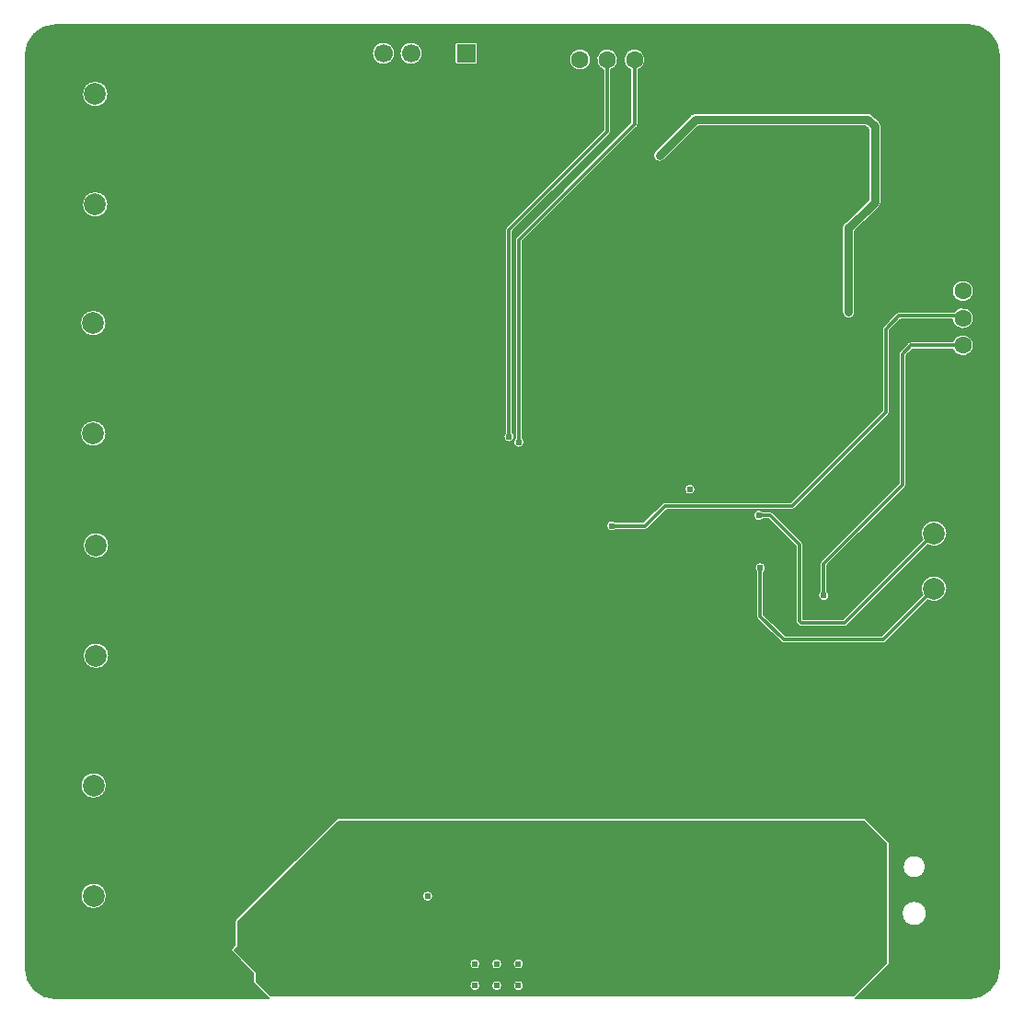
<source format=gbl>
G04 Layer: BottomLayer*
G04 EasyEDA Pro v2.2.40.8, 2025-07-27 07:59:39*
G04 Gerber Generator version 0.3*
G04 Scale: 100 percent, Rotated: No, Reflected: No*
G04 Dimensions in millimeters*
G04 Leading zeros omitted, absolute positions, 4 integers and 5 decimals*
G04 Generated by one-click*
%FSLAX45Y45*%
%MOMM*%
%ADD10C,0.2032*%
%ADD11R,1.7X1.7*%
%ADD12C,1.7*%
%ADD13C,1.6*%
%ADD14R,1.524X1.6*%
%ADD15R,1.6X1.524*%
%ADD16C,2.0031*%
%ADD17C,2.0*%
%ADD18C,0.61*%
%ADD19C,0.3*%
%ADD20C,0.8*%
G75*


G04 Copper Start*
G36*
G01X7641192Y-8956040D02*
G01X2277508Y-8956040D01*
G01X2182868Y-8861400D01*
G01X4105387Y-8861400D01*
G01X4107122Y-8874578D01*
G01X4112208Y-8886857D01*
G01X4120299Y-8897402D01*
G01X4130844Y-8905493D01*
G01X4143123Y-8910579D01*
G01X4156301Y-8912314D01*
G01X4169478Y-8910579D01*
G01X4181758Y-8905493D01*
G01X4192302Y-8897402D01*
G01X4200394Y-8886857D01*
G01X4205480Y-8874578D01*
G01X4207215Y-8861400D01*
G01X4305387Y-8861400D01*
G01X4307122Y-8874578D01*
G01X4312208Y-8886857D01*
G01X4320299Y-8897402D01*
G01X4330844Y-8905493D01*
G01X4343123Y-8910579D01*
G01X4356301Y-8912314D01*
G01X4369478Y-8910579D01*
G01X4381758Y-8905493D01*
G01X4392302Y-8897402D01*
G01X4400394Y-8886857D01*
G01X4405480Y-8874578D01*
G01X4407215Y-8861400D01*
G01X4505387Y-8861400D01*
G01X4507122Y-8874578D01*
G01X4512208Y-8886857D01*
G01X4520299Y-8897402D01*
G01X4530844Y-8905493D01*
G01X4543123Y-8910579D01*
G01X4556301Y-8912314D01*
G01X4569478Y-8910579D01*
G01X4581758Y-8905493D01*
G01X4592302Y-8897402D01*
G01X4600394Y-8886857D01*
G01X4605480Y-8874578D01*
G01X4607215Y-8861400D01*
G01X4605480Y-8848222D01*
G01X4600394Y-8835943D01*
G01X4592302Y-8825398D01*
G01X4581758Y-8817307D01*
G01X4569478Y-8812221D01*
G01X4556301Y-8810486D01*
G01X4543123Y-8812221D01*
G01X4530844Y-8817307D01*
G01X4520299Y-8825398D01*
G01X4512208Y-8835943D01*
G01X4507122Y-8848222D01*
G01X4505387Y-8861400D01*
G01X4505387Y-8861400D01*
G01X4407215Y-8861400D01*
G01X4405480Y-8848222D01*
G01X4400394Y-8835943D01*
G01X4392302Y-8825398D01*
G01X4381758Y-8817307D01*
G01X4369478Y-8812221D01*
G01X4356301Y-8810486D01*
G01X4343123Y-8812221D01*
G01X4330844Y-8817307D01*
G01X4320299Y-8825398D01*
G01X4312208Y-8835943D01*
G01X4307122Y-8848222D01*
G01X4305387Y-8861400D01*
G01X4305387Y-8861400D01*
G01X4207215Y-8861400D01*
G01X4205480Y-8848222D01*
G01X4200394Y-8835943D01*
G01X4192302Y-8825398D01*
G01X4181758Y-8817307D01*
G01X4169478Y-8812221D01*
G01X4156301Y-8810486D01*
G01X4143123Y-8812221D01*
G01X4130844Y-8817307D01*
G01X4120299Y-8825398D01*
G01X4112208Y-8835943D01*
G01X4107122Y-8848222D01*
G01X4105387Y-8861400D01*
G01X4105387Y-8861400D01*
G01X2182868Y-8861400D01*
G01X2143760Y-8822292D01*
G01X2143760Y-8737600D01*
G01X2142987Y-8733712D01*
G01X2140784Y-8730416D01*
G01X2071768Y-8661400D01*
G01X4105387Y-8661400D01*
G01X4107122Y-8674578D01*
G01X4112208Y-8686857D01*
G01X4120299Y-8697402D01*
G01X4130844Y-8705493D01*
G01X4143123Y-8710579D01*
G01X4156301Y-8712314D01*
G01X4169478Y-8710579D01*
G01X4181758Y-8705493D01*
G01X4192302Y-8697402D01*
G01X4200394Y-8686857D01*
G01X4205480Y-8674578D01*
G01X4207215Y-8661400D01*
G01X4305387Y-8661400D01*
G01X4307122Y-8674578D01*
G01X4312208Y-8686857D01*
G01X4320299Y-8697402D01*
G01X4330844Y-8705493D01*
G01X4343123Y-8710579D01*
G01X4356301Y-8712314D01*
G01X4369478Y-8710579D01*
G01X4381758Y-8705493D01*
G01X4392302Y-8697402D01*
G01X4400394Y-8686857D01*
G01X4405480Y-8674578D01*
G01X4407215Y-8661400D01*
G01X4505387Y-8661400D01*
G01X4507122Y-8674578D01*
G01X4512208Y-8686857D01*
G01X4520299Y-8697402D01*
G01X4530844Y-8705493D01*
G01X4543123Y-8710579D01*
G01X4556301Y-8712314D01*
G01X4569478Y-8710579D01*
G01X4581758Y-8705493D01*
G01X4592302Y-8697402D01*
G01X4600394Y-8686857D01*
G01X4605480Y-8674578D01*
G01X4607215Y-8661400D01*
G01X4605480Y-8648222D01*
G01X4600394Y-8635943D01*
G01X4592302Y-8625398D01*
G01X4581758Y-8617307D01*
G01X4569478Y-8612221D01*
G01X4556301Y-8610486D01*
G01X4543123Y-8612221D01*
G01X4530844Y-8617307D01*
G01X4520299Y-8625398D01*
G01X4512208Y-8635943D01*
G01X4507122Y-8648222D01*
G01X4505387Y-8661400D01*
G01X4505387Y-8661400D01*
G01X4407215Y-8661400D01*
G01X4405480Y-8648222D01*
G01X4400394Y-8635943D01*
G01X4392302Y-8625398D01*
G01X4381758Y-8617307D01*
G01X4369478Y-8612221D01*
G01X4356301Y-8610486D01*
G01X4343123Y-8612221D01*
G01X4330844Y-8617307D01*
G01X4320299Y-8625398D01*
G01X4312208Y-8635943D01*
G01X4307122Y-8648222D01*
G01X4305387Y-8661400D01*
G01X4305387Y-8661400D01*
G01X4207215Y-8661400D01*
G01X4205480Y-8648222D01*
G01X4200394Y-8635943D01*
G01X4192302Y-8625398D01*
G01X4181758Y-8617307D01*
G01X4169478Y-8612221D01*
G01X4156301Y-8610486D01*
G01X4143123Y-8612221D01*
G01X4130844Y-8617307D01*
G01X4120299Y-8625398D01*
G01X4112208Y-8635943D01*
G01X4107122Y-8648222D01*
G01X4105387Y-8661400D01*
G01X4105387Y-8661400D01*
G01X2071768Y-8661400D01*
G01X1944768Y-8534400D01*
G01X1975684Y-8503484D01*
G01X1977887Y-8500188D01*
G01X1978660Y-8496300D01*
G01X1978660Y-8271908D01*
G01X2211468Y-8039100D01*
G01X3670186Y-8039100D01*
G01X3671921Y-8052278D01*
G01X3677007Y-8064557D01*
G01X3685098Y-8075102D01*
G01X3695643Y-8083193D01*
G01X3707922Y-8088279D01*
G01X3721100Y-8090014D01*
G01X3734278Y-8088279D01*
G01X3746557Y-8083193D01*
G01X3757102Y-8075102D01*
G01X3765193Y-8064557D01*
G01X3770279Y-8052278D01*
G01X3772014Y-8039100D01*
G01X3770279Y-8025922D01*
G01X3765193Y-8013643D01*
G01X3757102Y-8003098D01*
G01X3746557Y-7995007D01*
G01X3734278Y-7989921D01*
G01X3721100Y-7988186D01*
G01X3707922Y-7989921D01*
G01X3695643Y-7995007D01*
G01X3685098Y-8003098D01*
G01X3677007Y-8013643D01*
G01X3671921Y-8025922D01*
G01X3670186Y-8039100D01*
G01X3670186Y-8039100D01*
G01X2211468Y-8039100D01*
G01X2899808Y-7350760D01*
G01X7732484Y-7350760D01*
G01X7940040Y-7558316D01*
G01X7940040Y-8657192D01*
G01X7641192Y-8956040D01*
G37*
G36*
G01X2119165Y-8840935D02*
G01X2257816Y-8979586D01*
G01X300000Y-8979586D01*
G01X268696Y-8977828D01*
G01X237786Y-8972576D01*
G01X207659Y-8963897D01*
G01X178692Y-8951898D01*
G01X151251Y-8936732D01*
G01X125681Y-8918589D01*
G01X102303Y-8897697D01*
G01X81411Y-8874319D01*
G01X63268Y-8848749D01*
G01X48102Y-8821308D01*
G01X36103Y-8792342D01*
G01X27424Y-8762214D01*
G01X22172Y-8731304D01*
G01X20414Y-8700000D01*
G01X20414Y-8035025D01*
G01X526697Y-8035025D01*
G01X528526Y-8055934D01*
G01X533959Y-8076209D01*
G01X542829Y-8095231D01*
G01X554868Y-8112425D01*
G01X569710Y-8127267D01*
G01X586904Y-8139306D01*
G01X605927Y-8148177D01*
G01X626201Y-8153609D01*
G01X647110Y-8155438D01*
G01X647110Y-8155438D01*
G01X668020Y-8153609D01*
G01X688294Y-8148177D01*
G01X707317Y-8139306D01*
G01X724511Y-8127267D01*
G01X739353Y-8112425D01*
G01X751392Y-8095231D01*
G01X760262Y-8076209D01*
G01X765695Y-8055934D01*
G01X767524Y-8035025D01*
G01X765695Y-8014115D01*
G01X760262Y-7993841D01*
G01X751392Y-7974818D01*
G01X739353Y-7957624D01*
G01X724511Y-7942782D01*
G01X707317Y-7930743D01*
G01X688294Y-7921873D01*
G01X668020Y-7916440D01*
G01X647110Y-7914611D01*
G01X626201Y-7916440D01*
G01X605927Y-7921873D01*
G01X586904Y-7930743D01*
G01X569710Y-7942782D01*
G01X554868Y-7957624D01*
G01X542829Y-7974818D01*
G01X533959Y-7993841D01*
G01X528526Y-8014115D01*
G01X526697Y-8035025D01*
G01X20414Y-8035025D01*
G01X20414Y-7019025D01*
G01X526697Y-7019025D01*
G01X528526Y-7039934D01*
G01X533959Y-7060209D01*
G01X542829Y-7079231D01*
G01X554868Y-7096425D01*
G01X569710Y-7111267D01*
G01X586904Y-7123306D01*
G01X605927Y-7132177D01*
G01X626201Y-7137609D01*
G01X647110Y-7139438D01*
G01X647110Y-7139438D01*
G01X668020Y-7137609D01*
G01X688294Y-7132177D01*
G01X707317Y-7123306D01*
G01X724511Y-7111267D01*
G01X739353Y-7096425D01*
G01X751392Y-7079231D01*
G01X760262Y-7060209D01*
G01X765695Y-7039934D01*
G01X767524Y-7019025D01*
G01X765695Y-6998115D01*
G01X760262Y-6977841D01*
G01X751392Y-6958818D01*
G01X739353Y-6941624D01*
G01X724511Y-6926782D01*
G01X707317Y-6914743D01*
G01X688294Y-6905873D01*
G01X668020Y-6900440D01*
G01X647110Y-6898611D01*
G01X626201Y-6900440D01*
G01X605927Y-6905873D01*
G01X586904Y-6914743D01*
G01X569710Y-6926782D01*
G01X554868Y-6941624D01*
G01X542829Y-6958818D01*
G01X533959Y-6977841D01*
G01X528526Y-6998115D01*
G01X526697Y-7019025D01*
G01X20414Y-7019025D01*
G01X20414Y-5825225D01*
G01X548539Y-5825225D01*
G01X550368Y-5846134D01*
G01X555800Y-5866409D01*
G01X564671Y-5885431D01*
G01X576710Y-5902625D01*
G01X591552Y-5917467D01*
G01X608745Y-5929506D01*
G01X627768Y-5938377D01*
G01X648043Y-5943809D01*
G01X668952Y-5945638D01*
G01X668952Y-5945638D01*
G01X689862Y-5943809D01*
G01X710136Y-5938377D01*
G01X729159Y-5929506D01*
G01X746353Y-5917467D01*
G01X761195Y-5902625D01*
G01X773234Y-5885431D01*
G01X782104Y-5866409D01*
G01X787537Y-5846134D01*
G01X789366Y-5825225D01*
G01X787537Y-5804315D01*
G01X782104Y-5784041D01*
G01X773234Y-5765018D01*
G01X761195Y-5747824D01*
G01X746353Y-5732982D01*
G01X729159Y-5720943D01*
G01X710136Y-5712073D01*
G01X689862Y-5706640D01*
G01X668952Y-5704811D01*
G01X648043Y-5706640D01*
G01X627768Y-5712073D01*
G01X608745Y-5720943D01*
G01X591552Y-5732982D01*
G01X576710Y-5747824D01*
G01X564671Y-5765018D01*
G01X555800Y-5784041D01*
G01X550368Y-5804315D01*
G01X548539Y-5825225D01*
G01X20414Y-5825225D01*
G01X20414Y-5017050D01*
G01X6730889Y-5017050D01*
G01X6732791Y-5030296D01*
G01X6738078Y-5042589D01*
G01X6746386Y-5053080D01*
G01X6746386Y-5461000D01*
G01X6746386Y-5461000D01*
G01X6747593Y-5470166D01*
G01X6751131Y-5478707D01*
G01X6756759Y-5486041D01*
G01X6972659Y-5701941D01*
G01X6979993Y-5707569D01*
G01X6988534Y-5711107D01*
G01X6997700Y-5712314D01*
G01X7911741Y-5712314D01*
G01X7920906Y-5711107D01*
G01X7929448Y-5707569D01*
G01X7936782Y-5701941D01*
G01X8324868Y-5313856D01*
G01X8344566Y-5322138D01*
G01X8365418Y-5326809D01*
G01X8386767Y-5327720D01*
G01X8407941Y-5324843D01*
G01X8428273Y-5318269D01*
G01X8447123Y-5308204D01*
G01X8463897Y-5294966D01*
G01X8478066Y-5278972D01*
G01X8489186Y-5260724D01*
G01X8496905Y-5240799D01*
G01X8500981Y-5219823D01*
G01X8501285Y-5198456D01*
G01X8497807Y-5177373D01*
G01X8490658Y-5157236D01*
G01X8480061Y-5138680D01*
G01X8466352Y-5122289D01*
G01X8449961Y-5108579D01*
G01X8431405Y-5097983D01*
G01X8411268Y-5090833D01*
G01X8390184Y-5087356D01*
G01X8368818Y-5087660D01*
G01X8347842Y-5091735D01*
G01X8327916Y-5099454D01*
G01X8309669Y-5110574D01*
G01X8293675Y-5124744D01*
G01X8280437Y-5141518D01*
G01X8270372Y-5160368D01*
G01X8263798Y-5180700D01*
G01X8260921Y-5201874D01*
G01X8261832Y-5223223D01*
G01X8266502Y-5244075D01*
G01X8274785Y-5263773D01*
G01X7897072Y-5641486D01*
G01X7012369Y-5641486D01*
G01X6817214Y-5446331D01*
G01X6817214Y-5053080D01*
G01X6825522Y-5042589D01*
G01X6830809Y-5030296D01*
G01X6832711Y-5017050D01*
G01X6831096Y-5003765D01*
G01X6826075Y-4991361D01*
G01X6817995Y-4980693D01*
G01X6807416Y-4972499D01*
G01X6795066Y-4967345D01*
G01X6781800Y-4965586D01*
G01X6768534Y-4967345D01*
G01X6756184Y-4972499D01*
G01X6745605Y-4980693D01*
G01X6737525Y-4991361D01*
G01X6732504Y-5003765D01*
G01X6730889Y-5017050D01*
G01X20414Y-5017050D01*
G01X20414Y-4809225D01*
G01X548539Y-4809225D01*
G01X550368Y-4830134D01*
G01X555800Y-4850409D01*
G01X564671Y-4869431D01*
G01X576710Y-4886625D01*
G01X591552Y-4901467D01*
G01X608745Y-4913506D01*
G01X627768Y-4922377D01*
G01X648043Y-4927809D01*
G01X668952Y-4929638D01*
G01X668952Y-4929638D01*
G01X689862Y-4927809D01*
G01X710136Y-4922377D01*
G01X729159Y-4913506D01*
G01X746353Y-4901467D01*
G01X761195Y-4886625D01*
G01X773234Y-4869431D01*
G01X782104Y-4850409D01*
G01X787537Y-4830134D01*
G01X789366Y-4809225D01*
G01X787537Y-4788315D01*
G01X782104Y-4768041D01*
G01X773234Y-4749018D01*
G01X761195Y-4731824D01*
G01X746353Y-4716982D01*
G01X729159Y-4704943D01*
G01X710136Y-4696073D01*
G01X689862Y-4690640D01*
G01X668952Y-4688811D01*
G01X648043Y-4690640D01*
G01X627768Y-4696073D01*
G01X608745Y-4704943D01*
G01X591552Y-4716982D01*
G01X576710Y-4731824D01*
G01X564671Y-4749018D01*
G01X555800Y-4768041D01*
G01X550368Y-4788315D01*
G01X548539Y-4809225D01*
G01X20414Y-4809225D01*
G01X20414Y-4630598D01*
G01X5365548Y-4630598D01*
G01X5367306Y-4643864D01*
G01X5372461Y-4656213D01*
G01X5380655Y-4666793D01*
G01X5391323Y-4674873D01*
G01X5403727Y-4679894D01*
G01X5417011Y-4681509D01*
G01X5430258Y-4679607D01*
G01X5442551Y-4674320D01*
G01X5453042Y-4666012D01*
G01X5719902Y-4666012D01*
G01X5729068Y-4664805D01*
G01X5737609Y-4661267D01*
G01X5744944Y-4655639D01*
G01X5866683Y-4533900D01*
G01X6718186Y-4533900D01*
G01X6719945Y-4547166D01*
G01X6725099Y-4559516D01*
G01X6733293Y-4570095D01*
G01X6743961Y-4578175D01*
G01X6756365Y-4583196D01*
G01X6769650Y-4584811D01*
G01X6782896Y-4582909D01*
G01X6795189Y-4577622D01*
G01X6805680Y-4569314D01*
G01X6856031Y-4569314D01*
G01X7106173Y-4819456D01*
G01X7106173Y-4819456D01*
G01X7106173Y-5503287D01*
G01X7107380Y-5512453D01*
G01X7110917Y-5520994D01*
G01X7116545Y-5528328D01*
G01X7137759Y-5549541D01*
G01X7145093Y-5555169D01*
G01X7153634Y-5558707D01*
G01X7162800Y-5559914D01*
G01X7556141Y-5559914D01*
G01X7565306Y-5558707D01*
G01X7573848Y-5555169D01*
G01X7581182Y-5549541D01*
G01X8324868Y-4805856D01*
G01X8344566Y-4814138D01*
G01X8365418Y-4818809D01*
G01X8386767Y-4819720D01*
G01X8407941Y-4816843D01*
G01X8428273Y-4810269D01*
G01X8447123Y-4800204D01*
G01X8463897Y-4786966D01*
G01X8478066Y-4770972D01*
G01X8489186Y-4752724D01*
G01X8496905Y-4732799D01*
G01X8500981Y-4711823D01*
G01X8501285Y-4690456D01*
G01X8497807Y-4669373D01*
G01X8490658Y-4649236D01*
G01X8480061Y-4630680D01*
G01X8466352Y-4614289D01*
G01X8449961Y-4600579D01*
G01X8431405Y-4589983D01*
G01X8411268Y-4582833D01*
G01X8390184Y-4579356D01*
G01X8368818Y-4579660D01*
G01X8347842Y-4583735D01*
G01X8327916Y-4591454D01*
G01X8309669Y-4602574D01*
G01X8293675Y-4616744D01*
G01X8280437Y-4633518D01*
G01X8270372Y-4652368D01*
G01X8263798Y-4672700D01*
G01X8260921Y-4693874D01*
G01X8261832Y-4715223D01*
G01X8266502Y-4736075D01*
G01X8274785Y-4755773D01*
G01X7541472Y-5489086D01*
G01X7177469Y-5489086D01*
G01X7177001Y-5488618D01*
G01X7177001Y-5269950D01*
G01X7315089Y-5269950D01*
G01X7316704Y-5283235D01*
G01X7321725Y-5295639D01*
G01X7329805Y-5306307D01*
G01X7340384Y-5314501D01*
G01X7352734Y-5319655D01*
G01X7366000Y-5321414D01*
G01X7379266Y-5319655D01*
G01X7391616Y-5314501D01*
G01X7402195Y-5306307D01*
G01X7410275Y-5295639D01*
G01X7415296Y-5283235D01*
G01X7416911Y-5269950D01*
G01X7415009Y-5256704D01*
G01X7409722Y-5244411D01*
G01X7401414Y-5233920D01*
G01X7401414Y-4993069D01*
G01X8114941Y-4279541D01*
G01X8120569Y-4272207D01*
G01X8124107Y-4263666D01*
G01X8125314Y-4254500D01*
G01X8125314Y-3062669D01*
G01X8182776Y-3005207D01*
G01X8552144Y-3005207D01*
G01X8560981Y-3023054D01*
G01X8573166Y-3038806D01*
G01X8588220Y-3051843D01*
G01X8605551Y-3061654D01*
G01X8624477Y-3067850D01*
G01X8644254Y-3070190D01*
G01X8664104Y-3068581D01*
G01X8683246Y-3063086D01*
G01X8700927Y-3053922D01*
G01X8716451Y-3041448D01*
G01X8729209Y-3026156D01*
G01X8738698Y-3008647D01*
G01X8744544Y-2989610D01*
G01X8746519Y-2969793D01*
G01X8744544Y-2949977D01*
G01X8738698Y-2930939D01*
G01X8729209Y-2913431D01*
G01X8716451Y-2898139D01*
G01X8700927Y-2885665D01*
G01X8683246Y-2876501D01*
G01X8664104Y-2871006D01*
G01X8644254Y-2869397D01*
G01X8624477Y-2871736D01*
G01X8605551Y-2877933D01*
G01X8588220Y-2887743D01*
G01X8573166Y-2900781D01*
G01X8560981Y-2916533D01*
G01X8552144Y-2934379D01*
G01X8168107Y-2934379D01*
G01X8158941Y-2935586D01*
G01X8150400Y-2939124D01*
G01X8143065Y-2944752D01*
G01X8064859Y-3022959D01*
G01X8059231Y-3030293D01*
G01X8055693Y-3038834D01*
G01X8054486Y-3048000D01*
G01X8054486Y-4239831D01*
G01X7340959Y-4953359D01*
G01X7340959Y-4953359D01*
G01X7335331Y-4960693D01*
G01X7331793Y-4969234D01*
G01X7330586Y-4978400D01*
G01X7330586Y-5233920D01*
G01X7322278Y-5244411D01*
G01X7316991Y-5256704D01*
G01X7315089Y-5269950D01*
G01X7177001Y-5269950D01*
G01X7177001Y-4804787D01*
G01X7175794Y-4795621D01*
G01X7172256Y-4787080D01*
G01X7166628Y-4779745D01*
G01X6895741Y-4508859D01*
G01X6888407Y-4503231D01*
G01X6879866Y-4499693D01*
G01X6870700Y-4498486D01*
G01X6805680Y-4498486D01*
G01X6795189Y-4490178D01*
G01X6782896Y-4484891D01*
G01X6769650Y-4482989D01*
G01X6756365Y-4484604D01*
G01X6743961Y-4489625D01*
G01X6733293Y-4497705D01*
G01X6725099Y-4508284D01*
G01X6719945Y-4520634D01*
G01X6718186Y-4533900D01*
G01X5866683Y-4533900D01*
G01X5920169Y-4480414D01*
G01X7073900Y-4480414D01*
G01X7083066Y-4479207D01*
G01X7091607Y-4475669D01*
G01X7098941Y-4470041D01*
G01X7962541Y-3606441D01*
G01X7968169Y-3599107D01*
G01X7971707Y-3590566D01*
G01X7972914Y-3581400D01*
G01X7972914Y-2834069D01*
G01X8074982Y-2732001D01*
G01X8546435Y-2732001D01*
G01X8550774Y-2751348D01*
G01X8558830Y-2769465D01*
G01X8570289Y-2785646D01*
G01X8584704Y-2799260D01*
G01X8601514Y-2809776D01*
G01X8620062Y-2816784D01*
G01X8639625Y-2820011D01*
G01X8659441Y-2819331D01*
G01X8678737Y-2814770D01*
G01X8696761Y-2806507D01*
G01X8712809Y-2794863D01*
G01X8726257Y-2780293D01*
G01X8736580Y-2763364D01*
G01X8743375Y-2744737D01*
G01X8746378Y-2725138D01*
G01X8745470Y-2705332D01*
G01X8740689Y-2686089D01*
G01X8732220Y-2668161D01*
G01X8720393Y-2652247D01*
G01X8705669Y-2638967D01*
G01X8688624Y-2628839D01*
G01X8669920Y-2622258D01*
G01X8650288Y-2619480D01*
G01X8630493Y-2620614D01*
G01X8611306Y-2625616D01*
G01X8593476Y-2634290D01*
G01X8577699Y-2646298D01*
G01X8564588Y-2661173D01*
G01X8060313Y-2661173D01*
G01X8051147Y-2662380D01*
G01X8042606Y-2665917D01*
G01X8035272Y-2671545D01*
G01X7912459Y-2794359D01*
G01X7906831Y-2801693D01*
G01X7903293Y-2810234D01*
G01X7902086Y-2819400D01*
G01X7902086Y-3566731D01*
G01X7059231Y-4409586D01*
G01X5905500Y-4409586D01*
G01X5896334Y-4410793D01*
G01X5887793Y-4414331D01*
G01X5880459Y-4419959D01*
G01X5705233Y-4595184D01*
G01X5453042Y-4595184D01*
G01X5453042Y-4595184D01*
G01X5442551Y-4586876D01*
G01X5430258Y-4581588D01*
G01X5417011Y-4579687D01*
G01X5403727Y-4581302D01*
G01X5391323Y-4586323D01*
G01X5380655Y-4594402D01*
G01X5372461Y-4604982D01*
G01X5367306Y-4617332D01*
G01X5365548Y-4630598D01*
G01X20414Y-4630598D01*
G01X20414Y-4292600D01*
G01X6083186Y-4292600D01*
G01X6084921Y-4305778D01*
G01X6090007Y-4318057D01*
G01X6098098Y-4328602D01*
G01X6108643Y-4336693D01*
G01X6120922Y-4341779D01*
G01X6134100Y-4343514D01*
G01X6147278Y-4341779D01*
G01X6159557Y-4336693D01*
G01X6170102Y-4328602D01*
G01X6178193Y-4318057D01*
G01X6183279Y-4305778D01*
G01X6185014Y-4292600D01*
G01X6183279Y-4279422D01*
G01X6178193Y-4267143D01*
G01X6170102Y-4256598D01*
G01X6159557Y-4248507D01*
G01X6147278Y-4243421D01*
G01X6134100Y-4241686D01*
G01X6120922Y-4243421D01*
G01X6108643Y-4248507D01*
G01X6098098Y-4256598D01*
G01X6090007Y-4267143D01*
G01X6084921Y-4279422D01*
G01X6083186Y-4292600D01*
G01X6083186Y-4292600D01*
G01X20414Y-4292600D01*
G01X20414Y-3780525D01*
G01X523585Y-3780525D01*
G01X525415Y-3801434D01*
G01X530847Y-3821709D01*
G01X539718Y-3840731D01*
G01X551757Y-3857925D01*
G01X566599Y-3872767D01*
G01X583792Y-3884806D01*
G01X602815Y-3893677D01*
G01X623089Y-3899109D01*
G01X643999Y-3900938D01*
G01X643999Y-3900938D01*
G01X664909Y-3899109D01*
G01X685183Y-3893677D01*
G01X704206Y-3884806D01*
G01X721400Y-3872767D01*
G01X736241Y-3857925D01*
G01X748280Y-3840731D01*
G01X757151Y-3821709D01*
G01X760436Y-3809450D01*
G01X4419489Y-3809450D01*
G01X4421104Y-3822735D01*
G01X4426125Y-3835139D01*
G01X4434205Y-3845807D01*
G01X4444784Y-3854001D01*
G01X4457134Y-3859155D01*
G01X4470400Y-3860914D01*
G01X4475406Y-3860250D01*
G01X4508389Y-3860250D01*
G01X4510004Y-3873535D01*
G01X4515025Y-3885939D01*
G01X4523105Y-3896607D01*
G01X4533684Y-3904801D01*
G01X4546034Y-3909955D01*
G01X4559300Y-3911714D01*
G01X4572566Y-3909955D01*
G01X4584916Y-3904801D01*
G01X4595495Y-3896607D01*
G01X4603575Y-3885939D01*
G01X4608596Y-3873535D01*
G01X4610211Y-3860250D01*
G01X4608309Y-3847004D01*
G01X4603022Y-3834711D01*
G01X4594714Y-3824220D01*
G01X4594714Y-2011223D01*
G01X5390385Y-1215552D01*
G01X5794396Y-1215552D01*
G01X5795276Y-1230090D01*
G01X5799609Y-1243995D01*
G01X5807143Y-1256458D01*
G01X5817442Y-1266757D01*
G01X5829905Y-1274291D01*
G01X5843810Y-1278624D01*
G01X5858348Y-1279504D01*
G01X5872673Y-1276878D01*
G01X5885954Y-1270901D01*
G01X5897419Y-1261919D01*
G01X6209924Y-949414D01*
G01X7747376Y-949414D01*
G01X7775486Y-977524D01*
G01X7775486Y-1625976D01*
G01X7573136Y-1828326D01*
G01X7560252Y-1835099D01*
G01X7549362Y-1844757D01*
G01X7541098Y-1856738D01*
G01X7535939Y-1870349D01*
G01X7534186Y-1884799D01*
G01X7534186Y-2663104D01*
G01X7535942Y-2677562D01*
G01X7541106Y-2691179D01*
G01X7549379Y-2703165D01*
G01X7560281Y-2712823D01*
G01X7573177Y-2719592D01*
G01X7587318Y-2723077D01*
G01X7601882Y-2723077D01*
G01X7616023Y-2719592D01*
G01X7628919Y-2712823D01*
G01X7639821Y-2703165D01*
G01X7648094Y-2691179D01*
G01X7653258Y-2677562D01*
G01X7655014Y-2663104D01*
G01X7655014Y-2469794D01*
G01X8545692Y-2469794D01*
G01X8547621Y-2489384D01*
G01X8553335Y-2508221D01*
G01X8562614Y-2525581D01*
G01X8575102Y-2540798D01*
G01X8590318Y-2553285D01*
G01X8607679Y-2562565D01*
G01X8626516Y-2568279D01*
G01X8646105Y-2570208D01*
G01X8646105Y-2570208D01*
G01X8665695Y-2568279D01*
G01X8684532Y-2562565D01*
G01X8701892Y-2553285D01*
G01X8717109Y-2540798D01*
G01X8729596Y-2525581D01*
G01X8738876Y-2508221D01*
G01X8744590Y-2489384D01*
G01X8746519Y-2469794D01*
G01X8744590Y-2450205D01*
G01X8738876Y-2431368D01*
G01X8729596Y-2414007D01*
G01X8717109Y-2398791D01*
G01X8701892Y-2386303D01*
G01X8684532Y-2377024D01*
G01X8665695Y-2371310D01*
G01X8646105Y-2369381D01*
G01X8626516Y-2371310D01*
G01X8607679Y-2377024D01*
G01X8590318Y-2386303D01*
G01X8575102Y-2398791D01*
G01X8562614Y-2414007D01*
G01X8553335Y-2431368D01*
G01X8547621Y-2450205D01*
G01X8545692Y-2469794D01*
G01X7655014Y-2469794D01*
G01X7655014Y-1917324D01*
G01X7878619Y-1693719D01*
G01X7886132Y-1684564D01*
G01X7891715Y-1674119D01*
G01X7895153Y-1662786D01*
G01X7896314Y-1651000D01*
G01X7896314Y-952500D01*
G01X7895153Y-940714D01*
G01X7891715Y-929381D01*
G01X7886132Y-918936D01*
G01X7878619Y-909781D01*
G01X7815119Y-846281D01*
G01X7805964Y-838768D01*
G01X7795519Y-833185D01*
G01X7784186Y-829747D01*
G01X7772400Y-828586D01*
G01X6184900Y-828586D01*
G01X6173114Y-829747D01*
G01X6161781Y-833185D01*
G01X6151336Y-838768D01*
G01X6142181Y-846281D01*
G01X5811981Y-1176481D01*
G01X5811981Y-1176481D01*
G01X5802999Y-1187946D01*
G01X5797022Y-1201227D01*
G01X5794396Y-1215552D01*
G01X5390385Y-1215552D01*
G01X5648781Y-957156D01*
G01X5654408Y-949822D01*
G01X5657946Y-941281D01*
G01X5659153Y-932115D01*
G01X5659153Y-433110D01*
G01X5677000Y-424273D01*
G01X5692752Y-412088D01*
G01X5705789Y-397034D01*
G01X5715599Y-379703D01*
G01X5721796Y-360777D01*
G01X5724136Y-341000D01*
G01X5722527Y-321150D01*
G01X5717032Y-302008D01*
G01X5707867Y-284327D01*
G01X5695394Y-268803D01*
G01X5680102Y-256045D01*
G01X5662593Y-246556D01*
G01X5643556Y-240709D01*
G01X5623739Y-238735D01*
G01X5603922Y-240709D01*
G01X5584885Y-246556D01*
G01X5567376Y-256045D01*
G01X5552084Y-268803D01*
G01X5539611Y-284327D01*
G01X5530446Y-302008D01*
G01X5524951Y-321150D01*
G01X5523342Y-341000D01*
G01X5525682Y-360777D01*
G01X5531879Y-379703D01*
G01X5541689Y-397034D01*
G01X5554726Y-412088D01*
G01X5570478Y-424273D01*
G01X5588325Y-433110D01*
G01X5588325Y-917446D01*
G01X4534259Y-1971513D01*
G01X4528631Y-1978847D01*
G01X4525093Y-1987388D01*
G01X4523886Y-1996554D01*
G01X4523886Y-3824220D01*
G01X4523886Y-3824220D01*
G01X4515578Y-3834711D01*
G01X4510291Y-3847004D01*
G01X4508389Y-3860250D01*
G01X4475406Y-3860250D01*
G01X4483666Y-3859155D01*
G01X4496016Y-3854001D01*
G01X4506595Y-3845807D01*
G01X4514675Y-3835139D01*
G01X4519696Y-3822735D01*
G01X4521311Y-3809450D01*
G01X4519409Y-3796204D01*
G01X4514122Y-3783911D01*
G01X4505814Y-3773420D01*
G01X4505814Y-1919669D01*
G01X5397141Y-1028341D01*
G01X5402769Y-1021007D01*
G01X5406307Y-1012466D01*
G01X5407514Y-1003300D01*
G01X5407514Y-433716D01*
G01X5425513Y-425194D01*
G01X5441475Y-413287D01*
G01X5454774Y-398464D01*
G01X5464887Y-381308D01*
G01X5471415Y-362494D01*
G01X5474101Y-342762D01*
G01X5472841Y-322887D01*
G01X5467683Y-303652D01*
G01X5458831Y-285813D01*
G01X5446632Y-270072D01*
G01X5431567Y-257048D01*
G01X5414228Y-247253D01*
G01X5395297Y-241073D01*
G01X5375518Y-238750D01*
G01X5355670Y-240376D01*
G01X5336533Y-245887D01*
G01X5318861Y-255066D01*
G01X5303347Y-267552D01*
G01X5290602Y-282855D01*
G01X5281128Y-300371D01*
G01X5275297Y-319413D01*
G01X5273338Y-339231D01*
G01X5275329Y-359045D01*
G01X5281192Y-378077D01*
G01X5290694Y-395578D01*
G01X5303464Y-410860D01*
G01X5318998Y-423320D01*
G01X5336686Y-432471D01*
G01X5336686Y-988631D01*
G01X4445359Y-1879959D01*
G01X4439731Y-1887293D01*
G01X4436193Y-1895834D01*
G01X4434986Y-1905000D01*
G01X4434986Y-3773420D01*
G01X4434986Y-3773420D01*
G01X4426678Y-3783911D01*
G01X4421391Y-3796204D01*
G01X4419489Y-3809450D01*
G01X760436Y-3809450D01*
G01X762584Y-3801434D01*
G01X764413Y-3780525D01*
G01X762584Y-3759615D01*
G01X757151Y-3739341D01*
G01X748280Y-3720318D01*
G01X736241Y-3703124D01*
G01X721400Y-3688282D01*
G01X704206Y-3676243D01*
G01X685183Y-3667373D01*
G01X664909Y-3661940D01*
G01X643999Y-3660111D01*
G01X623089Y-3661940D01*
G01X602815Y-3667373D01*
G01X583792Y-3676243D01*
G01X566599Y-3688282D01*
G01X551757Y-3703124D01*
G01X539718Y-3720318D01*
G01X530847Y-3739341D01*
G01X525415Y-3759615D01*
G01X523585Y-3780525D01*
G01X20414Y-3780525D01*
G01X20414Y-2764525D01*
G01X523585Y-2764525D01*
G01X525415Y-2785434D01*
G01X530847Y-2805709D01*
G01X539718Y-2824731D01*
G01X551757Y-2841925D01*
G01X566599Y-2856767D01*
G01X583792Y-2868806D01*
G01X602815Y-2877677D01*
G01X623089Y-2883109D01*
G01X643999Y-2884938D01*
G01X643999Y-2884938D01*
G01X664909Y-2883109D01*
G01X685183Y-2877677D01*
G01X704206Y-2868806D01*
G01X721400Y-2856767D01*
G01X736241Y-2841925D01*
G01X748280Y-2824731D01*
G01X757151Y-2805709D01*
G01X762584Y-2785434D01*
G01X764413Y-2764525D01*
G01X762584Y-2743615D01*
G01X757151Y-2723341D01*
G01X748280Y-2704318D01*
G01X736241Y-2687124D01*
G01X721400Y-2672282D01*
G01X704206Y-2660243D01*
G01X685183Y-2651373D01*
G01X664909Y-2645940D01*
G01X643999Y-2644111D01*
G01X623089Y-2645940D01*
G01X602815Y-2651373D01*
G01X583792Y-2660243D01*
G01X566599Y-2672282D01*
G01X551757Y-2687124D01*
G01X539718Y-2704318D01*
G01X530847Y-2723341D01*
G01X525415Y-2743615D01*
G01X523585Y-2764525D01*
G01X20414Y-2764525D01*
G01X20414Y-1672325D01*
G01X541418Y-1672325D01*
G01X543247Y-1693234D01*
G01X548680Y-1713509D01*
G01X557550Y-1732531D01*
G01X569589Y-1749725D01*
G01X584431Y-1764567D01*
G01X601625Y-1776606D01*
G01X620648Y-1785477D01*
G01X640922Y-1790909D01*
G01X661832Y-1792738D01*
G01X661832Y-1792738D01*
G01X682741Y-1790909D01*
G01X703016Y-1785477D01*
G01X722039Y-1776606D01*
G01X739232Y-1764567D01*
G01X754074Y-1749725D01*
G01X766113Y-1732531D01*
G01X774984Y-1713509D01*
G01X780416Y-1693234D01*
G01X782246Y-1672325D01*
G01X780416Y-1651415D01*
G01X774984Y-1631141D01*
G01X766113Y-1612118D01*
G01X754074Y-1594924D01*
G01X739232Y-1580082D01*
G01X722039Y-1568043D01*
G01X703016Y-1559173D01*
G01X682741Y-1553740D01*
G01X661832Y-1551911D01*
G01X640922Y-1553740D01*
G01X620648Y-1559173D01*
G01X601625Y-1568043D01*
G01X584431Y-1580082D01*
G01X569589Y-1594924D01*
G01X557550Y-1612118D01*
G01X548680Y-1631141D01*
G01X543247Y-1651415D01*
G01X541418Y-1672325D01*
G01X20414Y-1672325D01*
G01X20414Y-656325D01*
G01X541418Y-656325D01*
G01X543247Y-677234D01*
G01X548680Y-697509D01*
G01X557550Y-716531D01*
G01X569589Y-733725D01*
G01X584431Y-748567D01*
G01X601625Y-760606D01*
G01X620648Y-769477D01*
G01X640922Y-774909D01*
G01X661832Y-776738D01*
G01X661832Y-776738D01*
G01X682741Y-774909D01*
G01X703016Y-769477D01*
G01X722039Y-760606D01*
G01X739232Y-748567D01*
G01X754074Y-733725D01*
G01X766113Y-716531D01*
G01X774984Y-697509D01*
G01X780416Y-677234D01*
G01X782246Y-656325D01*
G01X780416Y-635415D01*
G01X774984Y-615141D01*
G01X766113Y-596118D01*
G01X754074Y-578924D01*
G01X739232Y-564082D01*
G01X722039Y-552043D01*
G01X703016Y-543173D01*
G01X682741Y-537740D01*
G01X661832Y-535911D01*
G01X640922Y-537740D01*
G01X620648Y-543173D01*
G01X601625Y-552043D01*
G01X584431Y-564082D01*
G01X569589Y-578924D01*
G01X557550Y-596118D01*
G01X548680Y-615141D01*
G01X543247Y-635415D01*
G01X541418Y-656325D01*
G01X20414Y-656325D01*
G01X20414Y-300000D01*
G01X21425Y-281995D01*
G01X3209286Y-281995D01*
G01X3211312Y-302560D01*
G01X3217310Y-322335D01*
G01X3227052Y-340559D01*
G01X3240161Y-356533D01*
G01X3256135Y-369643D01*
G01X3274360Y-379384D01*
G01X3294135Y-385383D01*
G01X3314700Y-387408D01*
G01X3335265Y-385383D01*
G01X3355040Y-379384D01*
G01X3373265Y-369643D01*
G01X3389239Y-356533D01*
G01X3402348Y-340559D01*
G01X3412090Y-322335D01*
G01X3418088Y-302560D01*
G01X3420114Y-281995D01*
G01X3420114Y-281995D01*
G01X3463286Y-281995D01*
G01X3465312Y-302560D01*
G01X3471310Y-322335D01*
G01X3481052Y-340559D01*
G01X3494161Y-356533D01*
G01X3510135Y-369643D01*
G01X3528360Y-379384D01*
G01X3548135Y-385383D01*
G01X3568700Y-387408D01*
G01X3589265Y-385383D01*
G01X3609040Y-379384D01*
G01X3627265Y-369643D01*
G01X3643239Y-356533D01*
G01X3656348Y-340559D01*
G01X3666090Y-322335D01*
G01X3672088Y-302560D01*
G01X3674114Y-281995D01*
G01X3674114Y-281995D01*
G01X3672088Y-261429D01*
G01X3666090Y-241654D01*
G01X3656348Y-223430D01*
G01X3643239Y-207456D01*
G01X3630492Y-196995D01*
G01X3971286Y-196995D01*
G01X3971286Y-366994D01*
G01X3972840Y-374807D01*
G01X3977265Y-381429D01*
G01X3983888Y-385854D01*
G01X3991700Y-387408D01*
G01X4161700Y-387408D01*
G01X4169512Y-385854D01*
G01X4176135Y-381429D01*
G01X4180560Y-374807D01*
G01X4182114Y-366994D01*
G01X4182114Y-339148D01*
G01X5023326Y-339148D01*
G01X5025256Y-358738D01*
G01X5030970Y-377575D01*
G01X5040249Y-394935D01*
G01X5052737Y-410152D01*
G01X5067953Y-422639D01*
G01X5085313Y-431919D01*
G01X5104150Y-437633D01*
G01X5123740Y-439562D01*
G01X5143330Y-437633D01*
G01X5162167Y-431919D01*
G01X5179527Y-422639D01*
G01X5194743Y-410152D01*
G01X5207231Y-394935D01*
G01X5216510Y-377575D01*
G01X5222224Y-358738D01*
G01X5224154Y-339148D01*
G01X5224154Y-339148D01*
G01X5222224Y-319559D01*
G01X5216510Y-300722D01*
G01X5207231Y-283361D01*
G01X5194743Y-268145D01*
G01X5179527Y-255657D01*
G01X5162167Y-246378D01*
G01X5143330Y-240664D01*
G01X5123740Y-238735D01*
G01X5104150Y-240664D01*
G01X5085313Y-246378D01*
G01X5067953Y-255657D01*
G01X5052737Y-268145D01*
G01X5040249Y-283361D01*
G01X5030970Y-300722D01*
G01X5025256Y-319559D01*
G01X5023326Y-339148D01*
G01X4182114Y-339148D01*
G01X4182114Y-196995D01*
G01X4180560Y-189183D01*
G01X4176135Y-182560D01*
G01X4169512Y-178135D01*
G01X4161700Y-176581D01*
G01X3991700Y-176581D01*
G01X3991700Y-176581D01*
G01X3983888Y-178135D01*
G01X3977265Y-182560D01*
G01X3972840Y-189183D01*
G01X3971286Y-196995D01*
G01X3630492Y-196995D01*
G01X3627265Y-194346D01*
G01X3609040Y-184605D01*
G01X3589265Y-178606D01*
G01X3568700Y-176581D01*
G01X3548135Y-178606D01*
G01X3528360Y-184605D01*
G01X3510135Y-194346D01*
G01X3494161Y-207456D01*
G01X3481052Y-223430D01*
G01X3471310Y-241654D01*
G01X3465312Y-261429D01*
G01X3463286Y-281995D01*
G01X3420114Y-281995D01*
G01X3418088Y-261429D01*
G01X3412090Y-241654D01*
G01X3402348Y-223430D01*
G01X3389239Y-207456D01*
G01X3373265Y-194346D01*
G01X3355040Y-184605D01*
G01X3335265Y-178606D01*
G01X3314700Y-176581D01*
G01X3294135Y-178606D01*
G01X3274360Y-184605D01*
G01X3256135Y-194346D01*
G01X3240161Y-207456D01*
G01X3227052Y-223430D01*
G01X3217310Y-241654D01*
G01X3211312Y-261429D01*
G01X3209286Y-281995D01*
G01X21425Y-281995D01*
G01X22172Y-268696D01*
G01X27424Y-237786D01*
G01X36103Y-207659D01*
G01X48102Y-178692D01*
G01X63268Y-151251D01*
G01X81411Y-125681D01*
G01X102303Y-102303D01*
G01X125681Y-81411D01*
G01X151251Y-63268D01*
G01X178692Y-48102D01*
G01X207659Y-36103D01*
G01X237786Y-27424D01*
G01X268696Y-22172D01*
G01X300000Y-20414D01*
G01X8700000Y-20414D01*
G01X8731304Y-22172D01*
G01X8762214Y-27424D01*
G01X8792342Y-36103D01*
G01X8821308Y-48102D01*
G01X8848749Y-63268D01*
G01X8874319Y-81411D01*
G01X8897697Y-102303D01*
G01X8918589Y-125681D01*
G01X8936732Y-151251D01*
G01X8951898Y-178692D01*
G01X8963897Y-207659D01*
G01X8972576Y-237786D01*
G01X8977828Y-268696D01*
G01X8979586Y-300000D01*
G01X8979586Y-8700000D01*
G01X8977828Y-8731304D01*
G01X8972576Y-8762214D01*
G01X8963897Y-8792342D01*
G01X8951898Y-8821308D01*
G01X8936732Y-8848749D01*
G01X8918589Y-8874319D01*
G01X8897697Y-8897697D01*
G01X8874319Y-8918589D01*
G01X8848749Y-8936732D01*
G01X8821308Y-8951898D01*
G01X8792342Y-8963897D01*
G01X8762214Y-8972576D01*
G01X8731304Y-8977828D01*
G01X8700000Y-8979586D01*
G01X7660884Y-8979586D01*
G01X7964635Y-8675835D01*
G01X7969060Y-8669212D01*
G01X7970614Y-8661400D01*
G01X7970614Y-8197343D01*
G01X8083382Y-8197343D01*
G01X8085348Y-8218551D01*
G01X8091176Y-8239036D01*
G01X8100670Y-8258101D01*
G01X8113505Y-8275098D01*
G01X8129244Y-8289446D01*
G01X8147353Y-8300659D01*
G01X8167213Y-8308352D01*
G01X8188148Y-8312266D01*
G01X8209447Y-8312266D01*
G01X8230382Y-8308352D01*
G01X8250242Y-8300659D01*
G01X8268351Y-8289446D01*
G01X8284090Y-8275098D01*
G01X8296925Y-8258101D01*
G01X8306419Y-8239036D01*
G01X8312247Y-8218551D01*
G01X8314212Y-8197343D01*
G01X8312247Y-8176136D01*
G01X8306419Y-8155651D01*
G01X8296925Y-8136585D01*
G01X8284090Y-8119589D01*
G01X8268351Y-8105240D01*
G01X8250242Y-8094028D01*
G01X8230382Y-8086334D01*
G01X8209447Y-8082421D01*
G01X8188148Y-8082421D01*
G01X8167213Y-8086334D01*
G01X8147353Y-8094028D01*
G01X8129244Y-8105240D01*
G01X8113505Y-8119589D01*
G01X8100670Y-8136585D01*
G01X8091176Y-8155651D01*
G01X8085348Y-8176136D01*
G01X8083382Y-8197343D01*
G01X8083382Y-8197343D01*
G01X7970614Y-8197343D01*
G01X7970614Y-7767347D01*
G01X8093382Y-7767347D01*
G01X8095408Y-7787912D01*
G01X8101407Y-7807687D01*
G01X8111148Y-7825912D01*
G01X8124258Y-7841886D01*
G01X8140232Y-7854996D01*
G01X8158457Y-7864738D01*
G01X8178232Y-7870736D01*
G01X8198797Y-7872762D01*
G01X8219363Y-7870736D01*
G01X8239138Y-7864738D01*
G01X8257363Y-7854996D01*
G01X8273337Y-7841886D01*
G01X8286447Y-7825912D01*
G01X8296188Y-7807687D01*
G01X8302187Y-7787912D01*
G01X8304213Y-7767347D01*
G01X8302187Y-7746781D01*
G01X8296188Y-7727006D01*
G01X8286447Y-7708781D01*
G01X8273337Y-7692807D01*
G01X8257363Y-7679697D01*
G01X8239138Y-7669956D01*
G01X8219363Y-7663957D01*
G01X8198797Y-7661932D01*
G01X8178232Y-7663957D01*
G01X8158457Y-7669956D01*
G01X8140232Y-7679697D01*
G01X8124258Y-7692807D01*
G01X8111148Y-7708781D01*
G01X8101407Y-7727006D01*
G01X8095408Y-7746781D01*
G01X8093382Y-7767347D01*
G01X8093382Y-7767347D01*
G01X7970614Y-7767347D01*
G01X7970614Y-7554108D01*
G01X7969060Y-7546296D01*
G01X7964635Y-7539673D01*
G01X7751127Y-7326165D01*
G01X7744504Y-7321740D01*
G01X7736692Y-7320186D01*
G01X2895600Y-7320186D01*
G01X2887788Y-7321740D01*
G01X2881165Y-7326165D01*
G01X1954065Y-8253265D01*
G01X1949640Y-8259888D01*
G01X1948086Y-8267700D01*
G01X1948086Y-8487844D01*
G01X1915965Y-8519965D01*
G01X1911540Y-8526588D01*
G01X1909986Y-8534400D01*
G01X1911540Y-8542212D01*
G01X1915965Y-8548835D01*
G01X2113186Y-8746056D01*
G01X2113186Y-8826500D01*
G01X2114740Y-8834312D01*
G01X2119165Y-8840935D01*
G37*
G54D10*
G01X7641192Y-8956040D02*
G01X2277508Y-8956040D01*
G01X2143760Y-8822292D01*
G01X2143760Y-8737600D01*
G03X2140784Y-8730416I-10160J0D01*
G01X1944768Y-8534400D01*
G01X1975684Y-8503484D01*
G03X1978660Y-8496300I-7184J7184D01*
G01X1978660Y-8271908D01*
G01X2899808Y-7350760D01*
G01X7732484Y-7350760D01*
G01X7940040Y-7558316D01*
G01X7940040Y-8657192D01*
G01X7641192Y-8956040D01*
G01X3670186Y-8039100D02*
G03X3772014Y-8039100I50914J0D01*
G03X3670186Y-8039100I-50914J0D01*
G01X4105387Y-8661400D02*
G03X4207215Y-8661400I50914J0D01*
G03X4105387Y-8661400I-50914J0D01*
G01X4105387Y-8861400D02*
G03X4207215Y-8861400I50914J0D01*
G03X4105387Y-8861400I-50914J0D01*
G01X4305387Y-8661400D02*
G03X4407215Y-8661400I50914J0D01*
G03X4305387Y-8661400I-50914J0D01*
G01X4305387Y-8861400D02*
G03X4407215Y-8861400I50914J0D01*
G03X4305387Y-8861400I-50914J0D01*
G01X4505387Y-8661400D02*
G03X4607215Y-8661400I50914J0D01*
G03X4505387Y-8661400I-50914J0D01*
G01X4505387Y-8861400D02*
G03X4607215Y-8861400I50914J0D01*
G03X4505387Y-8861400I-50914J0D01*
G01X2119165Y-8840935D02*
G01X2257816Y-8979586D01*
G01X300000Y-8979586D01*
G02X20414Y-8700000I0J279586D01*
G01X20414Y-300000D01*
G02X300000Y-20414I279586J0D01*
G01X8700000Y-20414D01*
G02X8979586Y-300000I0J-279586D01*
G01X8979586Y-8700000D01*
G02X8700000Y-8979586I-279586J0D01*
G01X7660884Y-8979586D01*
G01X7964635Y-8675835D01*
G03X7970614Y-8661400I-14435J14435D01*
G01X7970614Y-7554108D01*
G03X7964635Y-7539673I-20414J0D01*
G01X7751127Y-7326165D01*
G03X7736692Y-7320186I-14435J-14435D01*
G01X2895600Y-7320186D01*
G03X2881165Y-7326165I0J-20414D01*
G01X1954065Y-8253265D01*
G03X1948086Y-8267700I14435J-14435D01*
G01X1948086Y-8487844D01*
G01X1915965Y-8519965D01*
G03X1915965Y-8548835I14435J-14435D01*
G01X2113186Y-8746056D01*
G01X2113186Y-8826500D01*
G03X2119165Y-8840935I20414J0D01*
G01X643999Y-3900938D02*
G03X643999Y-3660111I0J120414D01*
G03X643999Y-3900938I0J-120414D01*
G01X643999Y-2884938D02*
G03X643999Y-2644111I0J120414D01*
G03X643999Y-2884938I0J-120414D01*
G01X647110Y-8155438D02*
G03X647110Y-7914611I0J120414D01*
G03X647110Y-8155438I0J-120414D01*
G01X647110Y-7139438D02*
G03X647110Y-6898611I0J120414D01*
G03X647110Y-7139438I0J-120414D01*
G01X661832Y-776738D02*
G03X661832Y-535911I0J120414D01*
G03X661832Y-776738I0J-120414D01*
G01X661832Y-1792738D02*
G03X661832Y-1551911I0J120414D01*
G03X661832Y-1792738I0J-120414D01*
G01X668952Y-5945638D02*
G03X668952Y-5704811I0J120414D01*
G03X668952Y-5945638I0J-120414D01*
G01X668952Y-4929638D02*
G03X668952Y-4688811I0J120414D01*
G03X668952Y-4929638I0J-120414D01*
G01X3420114Y-281995D02*
G03X3209286Y-281995I-105414J0D01*
G03X3420114Y-281995I105414J0D01*
G01X3674114Y-281995D02*
G03X3463286Y-281995I-105414J0D01*
G03X3674114Y-281995I105414J0D01*
G01X3991700Y-176581D02*
G03X3971286Y-196995I0J-20414D01*
G01X3971286Y-366994D01*
G03X3991700Y-387408I20414J0D01*
G01X4161700Y-387408D01*
G03X4182114Y-366994I0J20414D01*
G01X4182114Y-196995D01*
G03X4161700Y-176581I-20414J0D01*
G01X3991700Y-176581D01*
G01X4434986Y-3773420D02*
G03X4470400Y-3860914I35414J-36580D01*
G03X4505814Y-3773420I0J50914D01*
G01X4505814Y-1919669D01*
G01X5397141Y-1028341D01*
G03X5407514Y-1003300I-25041J25041D01*
G01X5407514Y-433716D01*
G03X5375518Y-238750I-33762J94568D01*
G03X5336686Y-432471I-1766J-100398D01*
G01X5336686Y-988631D01*
G01X4445359Y-1879959D01*
G03X4434986Y-1905000I25041J-25041D01*
G01X4434986Y-3773420D01*
G01X4523886Y-3824220D02*
G03X4559300Y-3911714I35414J-36580D01*
G03X4594714Y-3824220I0J50914D01*
G01X4594714Y-2011223D01*
G01X5648781Y-957156D01*
G03X5659153Y-932115I-25041J25041D01*
G01X5659153Y-433110D01*
G03X5623739Y-238735I-35414J93962D01*
G03X5588325Y-433110I0J-100414D01*
G01X5588325Y-917446D01*
G01X4534259Y-1971513D01*
G03X4523886Y-1996554I25041J-25041D01*
G01X4523886Y-3824220D01*
G01X5224154Y-339148D02*
G03X5023326Y-339148I-100414J0D01*
G03X5224154Y-339148I100414J0D01*
G01X5453042Y-4595184D02*
G03X5365548Y-4630598I-36580J-35414D01*
G03X5453042Y-4666012I50914J0D01*
G01X5719902Y-4666012D01*
G03X5744944Y-4655639I0J35414D01*
G01X5920169Y-4480414D01*
G01X7073900Y-4480414D01*
G03X7098941Y-4470041I0J35414D01*
G01X7962541Y-3606441D01*
G03X7972914Y-3581400I-25041J25041D01*
G01X7972914Y-2834069D01*
G01X8074982Y-2732001D01*
G01X8546435Y-2732001D01*
G03X8743375Y-2744737I99671J12194D01*
G03X8564588Y-2661173I-97270J24931D01*
G01X8060313Y-2661173D01*
G03X8035272Y-2671545I0J-35414D01*
G01X7912459Y-2794359D01*
G03X7902086Y-2819400I25041J-25041D01*
G01X7902086Y-3566731D01*
G01X7059231Y-4409586D01*
G01X5905500Y-4409586D01*
G03X5880459Y-4419959I0J-35414D01*
G01X5705233Y-4595184D01*
G01X5453042Y-4595184D01*
G01X5811981Y-1176481D02*
G03X5897419Y-1261919I42719J-42719D01*
G01X6209924Y-949414D01*
G01X7747376Y-949414D01*
G01X7775486Y-977524D01*
G01X7775486Y-1625976D01*
G01X7573136Y-1828326D01*
G03X7534186Y-1884799I21464J-56472D01*
G01X7534186Y-2663104D01*
G03X7655014Y-2663104I60414J0D01*
G01X7655014Y-1917324D01*
G01X7878619Y-1693719D01*
G03X7896314Y-1651000I-42719J42719D01*
G01X7896314Y-952500D01*
G03X7878619Y-909781I-60414J0D01*
G01X7815119Y-846281D01*
G03X7772400Y-828586I-42719J-42719D01*
G01X6184900Y-828586D01*
G03X6142181Y-846281I0J-60414D01*
G01X5811981Y-1176481D01*
G01X6083186Y-4292600D02*
G03X6185014Y-4292600I50914J0D01*
G03X6083186Y-4292600I-50914J0D01*
G01X7106173Y-4819456D02*
G01X7106173Y-5503287D01*
G03X7116545Y-5528328I35414J0D01*
G01X7137759Y-5549541D01*
G03X7162800Y-5559914I25041J25041D01*
G01X7556141Y-5559914D01*
G03X7581182Y-5549541I0J35414D01*
G01X8324868Y-4805856D01*
G03X8466352Y-4614289I56338J106421D01*
G03X8274785Y-4755773I-85145J-85145D01*
G01X7541472Y-5489086D01*
G01X7177469Y-5489086D01*
G01X7177001Y-5488618D01*
G01X7177001Y-4804787D01*
G03X7166628Y-4779745I-35414J0D01*
G01X6895741Y-4508859D01*
G03X6870700Y-4498486I-25041J-25041D01*
G01X6805680Y-4498486D01*
G03X6718186Y-4533900I-36580J-35414D01*
G03X6805680Y-4569314I50914J0D01*
G01X6856031Y-4569314D01*
G01X7106173Y-4819456D01*
G01X6746386Y-5461000D02*
G03X6756759Y-5486041I35414J0D01*
G01X6972659Y-5701941D01*
G03X6997700Y-5712314I25041J25041D01*
G01X7911741Y-5712314D01*
G03X7936782Y-5701941I0J35414D01*
G01X8324868Y-5313856D01*
G03X8466352Y-5122289I56338J106421D01*
G03X8274785Y-5263773I-85145J-85145D01*
G01X7897072Y-5641486D01*
G01X7012369Y-5641486D01*
G01X6817214Y-5446331D01*
G01X6817214Y-5053080D01*
G03X6781800Y-4965586I-35414J36580D01*
G03X6746386Y-5053080I0J-50914D01*
G01X6746386Y-5461000D01*
G01X7340959Y-4953359D02*
G03X7330586Y-4978400I25041J-25041D01*
G01X7330586Y-5233920D01*
G03X7366000Y-5321414I35414J-36580D01*
G03X7401414Y-5233920I0J50914D01*
G01X7401414Y-4993069D01*
G01X8114941Y-4279541D01*
G03X8125314Y-4254500I-25041J25041D01*
G01X8125314Y-3062669D01*
G01X8182776Y-3005207D01*
G01X8552144Y-3005207D01*
G03X8746519Y-2969793I93962J35414D01*
G03X8552144Y-2934379I-100414J0D01*
G01X8168107Y-2934379D01*
G03X8143065Y-2944752I0J-35414D01*
G01X8064859Y-3022959D01*
G03X8054486Y-3048000I25041J-25041D01*
G01X8054486Y-4239831D01*
G01X7340959Y-4953359D01*
G01X8083382Y-8197343D02*
G03X8314212Y-8197343I115415J0D01*
G03X8083382Y-8197343I-115415J0D01*
G01X8093382Y-7767347D02*
G03X8304213Y-7767347I105415J0D01*
G03X8093382Y-7767347I-105415J0D01*
G01X8646105Y-2570208D02*
G03X8646105Y-2369381I0J100414D01*
G03X8646105Y-2570208I0J-100414D01*
G04 Copper End*

G04 Pad Start*
G54D11*
G01X4076700Y-281995D03*
G54D12*
G01X3822700Y-281995D03*
G01X3568700Y-281995D03*
G01X3314700Y-281995D03*
G54D13*
G01X5123740Y-339148D03*
G01X5373752Y-339148D03*
G01X5623739Y-339148D03*
G54D14*
G01X5873751Y-339148D03*
G54D13*
G01X8646105Y-2469794D03*
G01X8646105Y-2719807D03*
G01X8646105Y-2969793D03*
G54D15*
G01X8646105Y-3219806D03*
G54D17*
G01X647110Y-8035025D03*
G01X647110Y-7527025D03*
G01X647110Y-7019025D03*
G01X668952Y-5825225D03*
G01X668952Y-5317225D03*
G01X668952Y-4809225D03*
G01X643999Y-3780525D03*
G01X643999Y-3272525D03*
G01X643999Y-2764525D03*
G01X661832Y-1672325D03*
G01X661832Y-1164325D03*
G01X661832Y-656325D03*
G01X8381206Y-5207434D03*
G01X8381206Y-4699434D03*
G04 Pad End*

G04 Via Start*
G54D18*
G01X4114800Y-5397500D03*
G01X5067300Y-5270195D03*
G01X4114800Y-5054600D03*
G01X4114800Y-5143500D03*
G01X4114800Y-5219700D03*
G01X4114800Y-5295900D03*
G01X4114800Y-5486400D03*
G01X4114800Y-5588000D03*
G01X4114800Y-5676900D03*
G01X4216400Y-5676900D03*
G01X4318000Y-5676900D03*
G01X4419600Y-5676900D03*
G01X4533900Y-5676900D03*
G01X4648200Y-5676900D03*
G01X4749800Y-5676900D03*
G01X4876800Y-5676900D03*
G01X5003800Y-5676900D03*
G01X5143500Y-5676900D03*
G01X5232400Y-5676900D03*
G01X5346700Y-5676900D03*
G01X5346700Y-5575300D03*
G01X5346700Y-5461000D03*
G01X5346700Y-5359400D03*
G01X5346700Y-5257800D03*
G01X5346700Y-5156200D03*
G01X5283200Y-5092700D03*
G01X5194300Y-5029200D03*
G01X5080000Y-4978400D03*
G01X4991100Y-4965700D03*
G01X4902200Y-4965700D03*
G01X4275007Y-4216400D03*
G01X4203700Y-4724993D03*
G01X3390900Y-4597400D03*
G01X1854200Y-8051800D03*
G01X1804505Y-5664200D03*
G01X4470400Y-3810000D03*
G01X4559300Y-3860800D03*
G01X6286500Y-5011598D03*
G01X7289800Y-4679803D03*
G01X6659547Y-3454400D03*
G01X1778658Y-3784600D03*
G01X5854700Y-1219200D03*
G01X6134100Y-4292600D03*
G01X3721100Y-8039100D03*
G01X2374900Y-8610600D03*
G01X2476500Y-8470900D03*
G01X2590800Y-8305800D03*
G01X2792551Y-8305800D03*
G01X2705100Y-8496300D03*
G01X2603500Y-8674100D03*
G01X2476500Y-8851900D03*
G01X2247900Y-8750300D03*
G01X7162800Y-7759700D03*
G01X6974546Y-7759700D03*
G01X6781800Y-7759700D03*
G01X6781800Y-7965305D03*
G01X6982574Y-7965305D03*
G01X7164536Y-7965305D03*
G01X6781800Y-8153400D03*
G01X6985250Y-8153400D03*
G01X7167212Y-8153400D03*
G01X4575006Y-4749800D03*
G01X5092700Y-4394200D03*
G01X5873751Y-520700D03*
G01X5588000Y-1620994D03*
G01X5461000Y-1614492D03*
G01X7036514Y-1079500D03*
G01X7191717Y-1079500D03*
G01X7371895Y-1079500D03*
G01X7371895Y-1225819D03*
G01X7371895Y-1400645D03*
G01X7232748Y-1400645D03*
G01X7581900Y-1397000D03*
G01X7569200Y-1231596D03*
G01X7213600Y-1231900D03*
G01X1625600Y-1435100D03*
G01X7366000Y-5270500D03*
G01X5416462Y-4630598D03*
G01X6781800Y-5016500D03*
G01X6769100Y-4533900D03*
G01X7594600Y-2663104D03*
G01X7988300Y-2565400D03*
G01X8470900Y-1905000D03*
G01X8470900Y-1003300D03*
G01X8470900Y-1206500D03*
G01X8470900Y-1435100D03*
G01X8470900Y-1663700D03*
G01X2844800Y-6007100D03*
G01X2844800Y-6207100D03*
G01X3044800Y-6007100D03*
G01X3244800Y-6007100D03*
G01X3044800Y-6207100D03*
G01X3244800Y-6207100D03*
G01X3467100Y-6007100D03*
G01X3467100Y-6207100D03*
G01X3667100Y-6007100D03*
G01X3867100Y-6007100D03*
G01X3667100Y-6207100D03*
G01X3867100Y-6207100D03*
G01X2844800Y-6362700D03*
G01X2844800Y-6562700D03*
G01X3044800Y-6362700D03*
G01X3244800Y-6362700D03*
G01X3044800Y-6562700D03*
G01X3244800Y-6562700D03*
G01X3467100Y-6362700D03*
G01X3467100Y-6562700D03*
G01X3667100Y-6362700D03*
G01X3867100Y-6362700D03*
G01X3667100Y-6562700D03*
G01X3867100Y-6562700D03*
G01X5219700Y-2222500D03*
G01X5219700Y-2422500D03*
G01X5419700Y-2222500D03*
G01X5619700Y-2222500D03*
G01X5419700Y-2422500D03*
G01X5619700Y-2422500D03*
G01X6845300Y-2057400D03*
G01X6845300Y-2257400D03*
G01X7045300Y-2057400D03*
G01X7245300Y-2057400D03*
G01X7045300Y-2257400D03*
G01X7245300Y-2257400D03*
G01X6032500Y-2514600D03*
G01X6032500Y-2714600D03*
G01X6232500Y-2514600D03*
G01X6432500Y-2514600D03*
G01X6232500Y-2714600D03*
G01X6432500Y-2714600D03*
G01X4556301Y-8861400D03*
G01X4356301Y-8861400D03*
G01X4556301Y-8661400D03*
G01X4356301Y-8661400D03*
G01X4156301Y-8861400D03*
G01X4156301Y-8661400D03*
G01X6359701Y-7235800D03*
G01X6159701Y-7235800D03*
G01X6359701Y-7035800D03*
G01X6159701Y-7035800D03*
G01X5959701Y-7235800D03*
G01X5959701Y-7035800D03*
G01X8417101Y-7096100D03*
G01X8217101Y-7096100D03*
G01X8417101Y-6896100D03*
G01X8217101Y-6896100D03*
G01X8017101Y-7096100D03*
G01X8017101Y-6896100D03*
G04 Via End*

G04 Track Start*
G54D19*
G01X4470400Y-3810000D02*
G01X4470400Y-1905000D01*
G01X5372100Y-1003300D01*
G01X5372100Y-340801D01*
G01X5373752Y-339148D01*
G01X4559300Y-3860800D02*
G01X4559300Y-1996554D01*
G01X5623739Y-932115D01*
G01X5623739Y-339148D01*
G54D20*
G01X7594600Y-1884799D02*
G01X7602101Y-1884799D01*
G01X7835900Y-1651000D01*
G01X7835900Y-952500D01*
G01X7772400Y-889000D01*
G01X6184900Y-889000D01*
G01X5854700Y-1219200D01*
G54D19*
G01X8089900Y-4254500D02*
G01X8089900Y-3048000D01*
G01X8168107Y-2969793D01*
G01X8646105Y-2969793D01*
G01X5416462Y-4630598D02*
G01X5719902Y-4630598D01*
G01X8622886Y-2696587D02*
G01X8646105Y-2719807D01*
G01X5719902Y-4630598D02*
G01X5905500Y-4445000D01*
G01X7073900Y-4445000D01*
G01X7937500Y-3581400D01*
G01X7937500Y-2819400D01*
G01X8060313Y-2696587D01*
G01X8622886Y-2696587D01*
G01X7366000Y-5270500D02*
G01X7366000Y-4978400D01*
G01X8089900Y-4254500D01*
G01X8381206Y-4699434D02*
G01X7556141Y-5524500D01*
G01X7162800Y-5524500D01*
G01X7141587Y-5503287D01*
G01X7141587Y-4804787D01*
G01X6870700Y-4533900D02*
G01X6769100Y-4533900D01*
G01X7141587Y-4804787D02*
G01X6870700Y-4533900D01*
G01X8381206Y-5207434D02*
G01X7911741Y-5676900D01*
G01X6997700Y-5676900D01*
G01X6781800Y-5461000D01*
G01X6781800Y-5016500D01*
G54D20*
G01X7594600Y-2663104D02*
G01X7594600Y-1884799D01*
G04 Track End*

M02*


</source>
